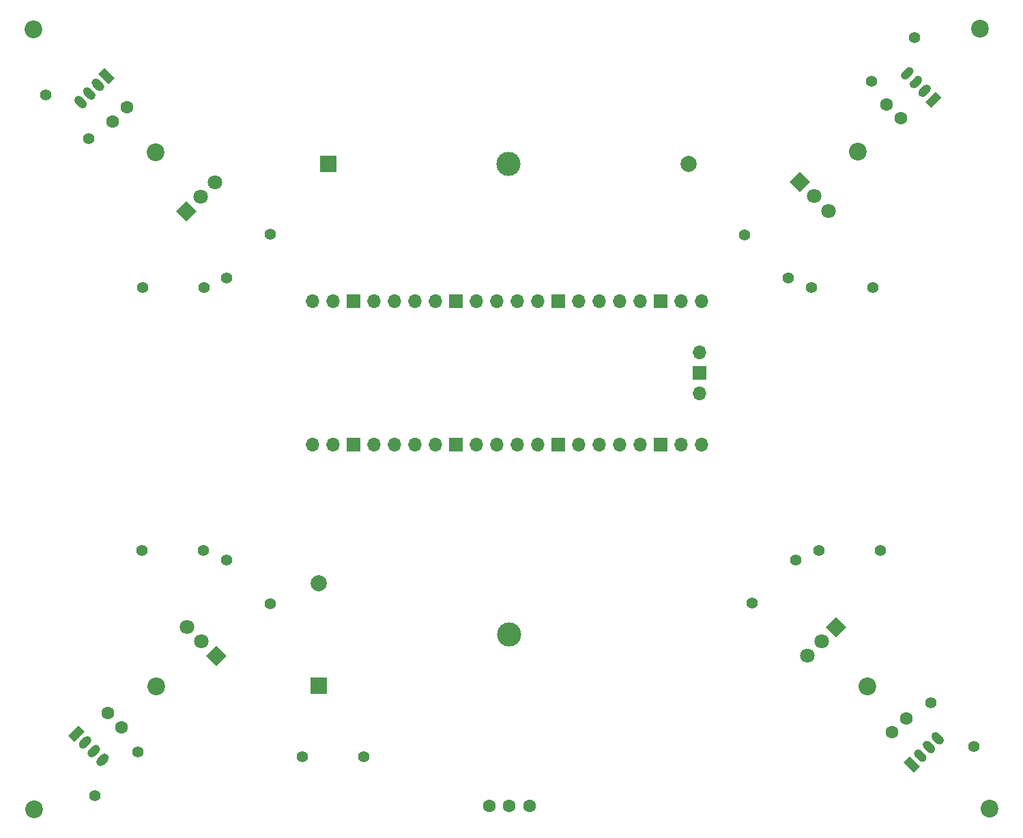
<source format=gts>
G04 #@! TF.GenerationSoftware,KiCad,Pcbnew,(5.1.9)-1*
G04 #@! TF.CreationDate,2022-06-27T18:25:20-05:00*
G04 #@! TF.ProjectId,hom3c0ming_corsage,686f6d33-6330-46d6-996e-675f636f7273,4*
G04 #@! TF.SameCoordinates,Original*
G04 #@! TF.FileFunction,Soldermask,Top*
G04 #@! TF.FilePolarity,Negative*
%FSLAX46Y46*%
G04 Gerber Fmt 4.6, Leading zero omitted, Abs format (unit mm)*
G04 Created by KiCad (PCBNEW (5.1.9)-1) date 2022-06-27 18:25:20*
%MOMM*%
%LPD*%
G01*
G04 APERTURE LIST*
%ADD10C,1.800000*%
%ADD11C,0.100000*%
%ADD12C,2.200000*%
%ADD13C,3.000000*%
%ADD14C,2.000000*%
%ADD15R,2.000000X2.000000*%
%ADD16C,1.600000*%
%ADD17O,1.700000X1.700000*%
%ADD18R,1.700000X1.700000*%
%ADD19C,1.400000*%
G04 APERTURE END LIST*
D10*
X103464902Y-58333098D03*
X101668851Y-60129149D03*
D11*
G36*
X99872800Y-63197992D02*
G01*
X98600008Y-61925200D01*
X99872800Y-60652408D01*
X101145592Y-61925200D01*
X99872800Y-63197992D01*
G37*
D10*
X179588702Y-61859702D03*
X177792651Y-60063651D03*
D11*
G36*
X174723808Y-58267600D02*
G01*
X175996600Y-56994808D01*
X177269392Y-58267600D01*
X175996600Y-59540392D01*
X174723808Y-58267600D01*
G37*
D10*
X176897498Y-117028502D03*
X178693549Y-115232451D03*
D11*
G36*
X180489600Y-112163608D02*
G01*
X181762392Y-113436400D01*
X180489600Y-114709192D01*
X179216808Y-113436400D01*
X180489600Y-112163608D01*
G37*
D10*
X99989098Y-113425698D03*
X101785149Y-115221749D03*
D11*
G36*
X104853992Y-117017800D02*
G01*
X103581200Y-118290592D01*
X102308408Y-117017800D01*
X103581200Y-115745008D01*
X104853992Y-117017800D01*
G37*
G36*
X191547933Y-48325725D02*
G01*
X192820725Y-47052933D01*
X193577329Y-47809537D01*
X192304537Y-49082329D01*
X191547933Y-48325725D01*
G37*
G36*
G01*
X190848604Y-46869792D02*
X191364792Y-46353604D01*
G75*
G02*
X192121396Y-46353604I378302J-378302D01*
G01*
X192121396Y-46353604D01*
G75*
G02*
X192121396Y-47110208I-378302J-378302D01*
G01*
X191605208Y-47626396D01*
G75*
G02*
X190848604Y-47626396I-378302J378302D01*
G01*
X190848604Y-47626396D01*
G75*
G02*
X190848604Y-46869792I378302J378302D01*
G01*
G37*
G36*
G01*
X189770973Y-45792161D02*
X190287161Y-45275973D01*
G75*
G02*
X191043765Y-45275973I378302J-378302D01*
G01*
X191043765Y-45275973D01*
G75*
G02*
X191043765Y-46032577I-378302J-378302D01*
G01*
X190527577Y-46548765D01*
G75*
G02*
X189770973Y-46548765I-378302J378302D01*
G01*
X189770973Y-46548765D01*
G75*
G02*
X189770973Y-45792161I378302J378302D01*
G01*
G37*
G36*
G01*
X188693342Y-44714530D02*
X189209530Y-44198342D01*
G75*
G02*
X189966134Y-44198342I378302J-378302D01*
G01*
X189966134Y-44198342D01*
G75*
G02*
X189966134Y-44954946I-378302J-378302D01*
G01*
X189449946Y-45471134D01*
G75*
G02*
X188693342Y-45471134I-378302J378302D01*
G01*
X188693342Y-45471134D01*
G75*
G02*
X188693342Y-44714530I378302J378302D01*
G01*
G37*
G36*
X90263579Y-46184213D02*
G01*
X88990787Y-44911421D01*
X89747391Y-44154817D01*
X91020183Y-45427609D01*
X90263579Y-46184213D01*
G37*
G36*
G01*
X88807646Y-46883542D02*
X88291458Y-46367354D01*
G75*
G02*
X88291458Y-45610750I378302J378302D01*
G01*
X88291458Y-45610750D01*
G75*
G02*
X89048062Y-45610750I378302J-378302D01*
G01*
X89564250Y-46126938D01*
G75*
G02*
X89564250Y-46883542I-378302J-378302D01*
G01*
X89564250Y-46883542D01*
G75*
G02*
X88807646Y-46883542I-378302J378302D01*
G01*
G37*
G36*
G01*
X87730015Y-47961173D02*
X87213827Y-47444985D01*
G75*
G02*
X87213827Y-46688381I378302J378302D01*
G01*
X87213827Y-46688381D01*
G75*
G02*
X87970431Y-46688381I378302J-378302D01*
G01*
X88486619Y-47204569D01*
G75*
G02*
X88486619Y-47961173I-378302J-378302D01*
G01*
X88486619Y-47961173D01*
G75*
G02*
X87730015Y-47961173I-378302J378302D01*
G01*
G37*
G36*
G01*
X86652384Y-49038804D02*
X86136196Y-48522616D01*
G75*
G02*
X86136196Y-47766012I378302J378302D01*
G01*
X86136196Y-47766012D01*
G75*
G02*
X86892800Y-47766012I378302J-378302D01*
G01*
X87408988Y-48282200D01*
G75*
G02*
X87408988Y-49038804I-378302J-378302D01*
G01*
X87408988Y-49038804D01*
G75*
G02*
X86652384Y-49038804I-378302J378302D01*
G01*
G37*
G36*
X189612421Y-129482187D02*
G01*
X190885213Y-130754979D01*
X190128609Y-131511583D01*
X188855817Y-130238791D01*
X189612421Y-129482187D01*
G37*
G36*
G01*
X191068354Y-128782858D02*
X191584542Y-129299046D01*
G75*
G02*
X191584542Y-130055650I-378302J-378302D01*
G01*
X191584542Y-130055650D01*
G75*
G02*
X190827938Y-130055650I-378302J378302D01*
G01*
X190311750Y-129539462D01*
G75*
G02*
X190311750Y-128782858I378302J378302D01*
G01*
X190311750Y-128782858D01*
G75*
G02*
X191068354Y-128782858I378302J-378302D01*
G01*
G37*
G36*
G01*
X192145985Y-127705227D02*
X192662173Y-128221415D01*
G75*
G02*
X192662173Y-128978019I-378302J-378302D01*
G01*
X192662173Y-128978019D01*
G75*
G02*
X191905569Y-128978019I-378302J378302D01*
G01*
X191389381Y-128461831D01*
G75*
G02*
X191389381Y-127705227I378302J378302D01*
G01*
X191389381Y-127705227D01*
G75*
G02*
X192145985Y-127705227I378302J-378302D01*
G01*
G37*
G36*
G01*
X193223616Y-126627596D02*
X193739804Y-127143784D01*
G75*
G02*
X193739804Y-127900388I-378302J-378302D01*
G01*
X193739804Y-127900388D01*
G75*
G02*
X192983200Y-127900388I-378302J378302D01*
G01*
X192467012Y-127384200D01*
G75*
G02*
X192467012Y-126627596I378302J378302D01*
G01*
X192467012Y-126627596D01*
G75*
G02*
X193223616Y-126627596I378302J-378302D01*
G01*
G37*
G36*
X87276836Y-126440844D02*
G01*
X86004044Y-127713636D01*
X85247440Y-126957032D01*
X86520232Y-125684240D01*
X87276836Y-126440844D01*
G37*
G36*
G01*
X87976165Y-127896777D02*
X87459977Y-128412965D01*
G75*
G02*
X86703373Y-128412965I-378302J378302D01*
G01*
X86703373Y-128412965D01*
G75*
G02*
X86703373Y-127656361I378302J378302D01*
G01*
X87219561Y-127140173D01*
G75*
G02*
X87976165Y-127140173I378302J-378302D01*
G01*
X87976165Y-127140173D01*
G75*
G02*
X87976165Y-127896777I-378302J-378302D01*
G01*
G37*
G36*
G01*
X89053796Y-128974408D02*
X88537608Y-129490596D01*
G75*
G02*
X87781004Y-129490596I-378302J378302D01*
G01*
X87781004Y-129490596D01*
G75*
G02*
X87781004Y-128733992I378302J378302D01*
G01*
X88297192Y-128217804D01*
G75*
G02*
X89053796Y-128217804I378302J-378302D01*
G01*
X89053796Y-128217804D01*
G75*
G02*
X89053796Y-128974408I-378302J-378302D01*
G01*
G37*
G36*
G01*
X90131427Y-130052039D02*
X89615239Y-130568227D01*
G75*
G02*
X88858635Y-130568227I-378302J378302D01*
G01*
X88858635Y-130568227D01*
G75*
G02*
X88858635Y-129811623I378302J378302D01*
G01*
X89374823Y-129295435D01*
G75*
G02*
X90131427Y-129295435I378302J-378302D01*
G01*
X90131427Y-129295435D01*
G75*
G02*
X90131427Y-130052039I-378302J-378302D01*
G01*
G37*
D12*
X96202796Y-120847204D03*
X81000000Y-136050000D03*
X184347204Y-120797204D03*
X199550000Y-136000000D03*
X183197204Y-54502796D03*
X198400000Y-39300000D03*
X96102796Y-54602796D03*
X80900000Y-39400000D03*
D13*
X139855480Y-56022240D03*
D14*
X162205480Y-56022240D03*
D15*
X117505480Y-56022240D03*
D16*
X90735233Y-50789767D03*
X92503000Y-49022000D03*
X188564000Y-50419000D03*
X186796233Y-48651233D03*
X189191567Y-124775033D03*
X187423800Y-126542800D03*
X90119200Y-124155200D03*
X91886967Y-125922967D03*
X139954000Y-135636000D03*
X142454000Y-135636000D03*
X137454000Y-135636000D03*
D14*
X116300000Y-108050000D03*
D15*
X116300000Y-120750000D03*
D13*
X139925000Y-114400000D03*
D17*
X115570000Y-90890000D03*
X118110000Y-90890000D03*
D18*
X120650000Y-90890000D03*
D17*
X123190000Y-90890000D03*
X125730000Y-90890000D03*
X128270000Y-90890000D03*
X130810000Y-90890000D03*
D18*
X133350000Y-90890000D03*
D17*
X135890000Y-90890000D03*
X138430000Y-90890000D03*
X140970000Y-90890000D03*
X143510000Y-90890000D03*
D18*
X146050000Y-90890000D03*
D17*
X148590000Y-90890000D03*
X151130000Y-90890000D03*
X153670000Y-90890000D03*
X156210000Y-90890000D03*
D18*
X158750000Y-90890000D03*
D17*
X161290000Y-90890000D03*
X163830000Y-90890000D03*
X163830000Y-73110000D03*
X161290000Y-73110000D03*
D18*
X158750000Y-73110000D03*
D17*
X156210000Y-73110000D03*
X153670000Y-73110000D03*
X151130000Y-73110000D03*
X148590000Y-73110000D03*
D18*
X146050000Y-73110000D03*
D17*
X143510000Y-73110000D03*
X140970000Y-73110000D03*
X138430000Y-73110000D03*
X135890000Y-73110000D03*
D18*
X133350000Y-73110000D03*
D17*
X130810000Y-73110000D03*
X128270000Y-73110000D03*
X125730000Y-73110000D03*
X123190000Y-73110000D03*
D18*
X120650000Y-73110000D03*
D17*
X118110000Y-73110000D03*
X115570000Y-73110000D03*
X163600000Y-84540000D03*
D18*
X163600000Y-82000000D03*
D17*
X163600000Y-79460000D03*
D19*
X114300000Y-129540000D03*
X121920000Y-129540000D03*
X102108000Y-71374000D03*
X94488000Y-71374000D03*
X110280200Y-64770000D03*
X104892046Y-70158154D03*
X169157846Y-64842846D03*
X174546000Y-70231000D03*
X185061600Y-71399400D03*
X177441600Y-71399400D03*
X185969400Y-103962200D03*
X178349400Y-103962200D03*
X170069000Y-110540800D03*
X175457154Y-105152646D03*
X104876600Y-105181400D03*
X110264754Y-110569554D03*
X94361000Y-103987600D03*
X101981000Y-103987600D03*
X87811154Y-52886154D03*
X82423000Y-47498000D03*
X190246000Y-40386000D03*
X184857846Y-45774154D03*
X192223846Y-122881846D03*
X197612000Y-128270000D03*
X88519000Y-134366000D03*
X93907154Y-128977846D03*
M02*

</source>
